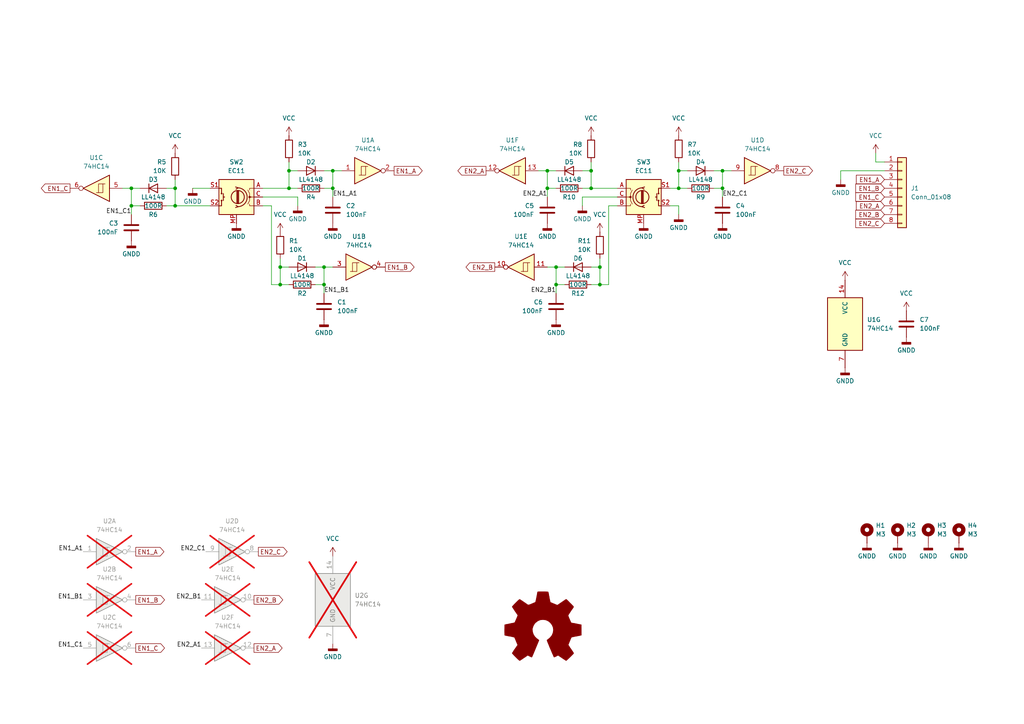
<source format=kicad_sch>
(kicad_sch (version 20231120) (generator "eeschema") (generator_version "8.0")
  (paper "A4")
  (title_block (title "Dual rotary encoder module with debouncing circuitry "))
  (lib_symbols
    (symbol "74xx:74HC14" (pin_names (offset 1.016))
      (property "Reference" "U" (at 0 1.27 0))
      (property "Value" "74HC14" (at 0 -1.27 0))
      (symbol "74HC14_1_0"
        (polyline (pts (xy -3.81 3.81) (xy -3.81 -3.81) (xy 3.81 0) (xy -3.81 3.81)) (stroke (width 0.254)) (fill (type background)))
        (pin input line (at -7.62 0 0) (length 3.81) (name "~") (number "1"))
        (pin output inverted (at 7.62 0 180) (length 3.81) (name "~") (number "2"))
      )
      (symbol "74HC14_1_1"
        (polyline (pts (xy -1.905 -1.27) (xy -1.905 1.27) (xy -0.635 1.27)))
        (polyline (pts (xy -2.54 -1.27) (xy -0.635 -1.27) (xy -0.635 1.27) (xy 0 1.27)))
      )
      (symbol "74HC14_2_0"
        (polyline (pts (xy -3.81 3.81) (xy -3.81 -3.81) (xy 3.81 0) (xy -3.81 3.81)) (stroke (width 0.254)) (fill (type background)))
        (pin input line (at -7.62 0 0) (length 3.81) (name "~") (number "3"))
        (pin output inverted (at 7.62 0 180) (length 3.81) (name "~") (number "4"))
      )
      (symbol "74HC14_2_1"
        (polyline (pts (xy -1.905 -1.27) (xy -1.905 1.27) (xy -0.635 1.27)))
        (polyline (pts (xy -2.54 -1.27) (xy -0.635 -1.27) (xy -0.635 1.27) (xy 0 1.27)))
      )
      (symbol "74HC14_3_0"
        (polyline (pts (xy -3.81 3.81) (xy -3.81 -3.81) (xy 3.81 0) (xy -3.81 3.81)) (stroke (width 0.254)) (fill (type background)))
        (pin input line (at -7.62 0 0) (length 3.81) (name "~") (number "5"))
        (pin output inverted (at 7.62 0 180) (length 3.81) (name "~") (number "6"))
      )
      (symbol "74HC14_3_1"
        (polyline (pts (xy -1.905 -1.27) (xy -1.905 1.27) (xy -0.635 1.27)))
        (polyline (pts (xy -2.54 -1.27) (xy -0.635 -1.27) (xy -0.635 1.27) (xy 0 1.27)))
      )
      (symbol "74HC14_4_0"
        (polyline (pts (xy -3.81 3.81) (xy -3.81 -3.81) (xy 3.81 0) (xy -3.81 3.81)) (stroke (width 0.254)) (fill (type background)))
        (pin output inverted (at 7.62 0 180) (length 3.81) (name "~") (number "8"))
        (pin input line (at -7.62 0 0) (length 3.81) (name "~") (number "9"))
      )
      (symbol "74HC14_4_1"
        (polyline (pts (xy -1.905 -1.27) (xy -1.905 1.27) (xy -0.635 1.27)))
        (polyline (pts (xy -2.54 -1.27) (xy -0.635 -1.27) (xy -0.635 1.27) (xy 0 1.27)))
      )
      (symbol "74HC14_5_0"
        (polyline (pts (xy -3.81 3.81) (xy -3.81 -3.81) (xy 3.81 0) (xy -3.81 3.81)) (stroke (width 0.254)) (fill (type background)))
        (pin output inverted (at 7.62 0 180) (length 3.81) (name "~") (number "10"))
        (pin input line (at -7.62 0 0) (length 3.81) (name "~") (number "11"))
      )
      (symbol "74HC14_5_1"
        (polyline (pts (xy -1.905 -1.27) (xy -1.905 1.27) (xy -0.635 1.27)))
        (polyline (pts (xy -2.54 -1.27) (xy -0.635 -1.27) (xy -0.635 1.27) (xy 0 1.27)))
      )
      (symbol "74HC14_6_0"
        (polyline (pts (xy -3.81 3.81) (xy -3.81 -3.81) (xy 3.81 0) (xy -3.81 3.81)) (stroke (width 0.254)) (fill (type background)))
        (pin output inverted (at 7.62 0 180) (length 3.81) (name "~") (number "12"))
        (pin input line (at -7.62 0 0) (length 3.81) (name "~") (number "13"))
      )
      (symbol "74HC14_6_1"
        (polyline (pts (xy -1.905 -1.27) (xy -1.905 1.27) (xy -0.635 1.27)))
        (polyline (pts (xy -2.54 -1.27) (xy -0.635 -1.27) (xy -0.635 1.27) (xy 0 1.27)))
      )
      (symbol "74HC14_7_0"
        (pin power_in line (at 0 12.7 270) (length 5.08) (name "VCC") (number "14"))
        (pin power_in line (at 0 -12.7 90) (length 5.08) (name "GND") (number "7"))
      )
      (symbol "74HC14_7_1"
        (rectangle (start -5.08 7.62) (end 5.08 -7.62) (stroke (width 0.254)) (fill (type background)))
      )
    )
    (symbol "Connector_Generic:Conn_01x08" (pin_names (offset 1.016) hide)
      (property "Reference" "J" (at 0 10.16 0))
      (property "Value" "Conn_01x08" (at 0 -12.7 0))
      (symbol "Conn_01x08_1_1"
        (rectangle (start -1.27 -10.033) (end 0 -10.287) (stroke (width 0.1524)))
        (rectangle (start -1.27 -7.493) (end 0 -7.747) (stroke (width 0.1524)))
        (rectangle (start -1.27 -4.953) (end 0 -5.207) (stroke (width 0.1524)))
        (rectangle (start -1.27 -2.413) (end 0 -2.667) (stroke (width 0.1524)))
        (rectangle (start -1.27 0.127) (end 0 -0.127) (stroke (width 0.1524)))
        (rectangle (start -1.27 2.667) (end 0 2.413) (stroke (width 0.1524)))
        (rectangle (start -1.27 5.207) (end 0 4.953) (stroke (width 0.1524)))
        (rectangle (start -1.27 7.747) (end 0 7.493) (stroke (width 0.1524)))
        (rectangle (start -1.27 8.89) (end 1.27 -11.43) (stroke (width 0.254)) (fill (type background)))
        (pin passive line (at -5.08 7.62 0) (length 3.81) (name "Pin_1") (number "1"))
        (pin passive line (at -5.08 5.08 0) (length 3.81) (name "Pin_2") (number "2"))
        (pin passive line (at -5.08 2.54 0) (length 3.81) (name "Pin_3") (number "3"))
        (pin passive line (at -5.08 0 0) (length 3.81) (name "Pin_4") (number "4"))
        (pin passive line (at -5.08 -2.54 0) (length 3.81) (name "Pin_5") (number "5"))
        (pin passive line (at -5.08 -5.08 0) (length 3.81) (name "Pin_6") (number "6"))
        (pin passive line (at -5.08 -7.62 0) (length 3.81) (name "Pin_7") (number "7"))
        (pin passive line (at -5.08 -10.16 0) (length 3.81) (name "Pin_8") (number "8"))
      )
    )
    (symbol "Device:C" (pin_numbers hide) (pin_names (offset 0.254))
      (property "Reference" "C" (at 0.635 2.54 0))
      (property "Value" "C" (at 0.635 -2.54 0))
      (symbol "C_0_1"
        (polyline (pts (xy -2.032 -0.762) (xy 2.032 -0.762)) (stroke (width 0.508)))
        (polyline (pts (xy -2.032 0.762) (xy 2.032 0.762)) (stroke (width 0.508)))
      )
      (symbol "C_1_1"
        (pin passive line (at 0 3.81 270) (length 2.794) (name "~") (number "1"))
        (pin passive line (at 0 -3.81 90) (length 2.794) (name "~") (number "2"))
      )
    )
    (symbol "Device:R" (pin_numbers hide) (pin_names (offset 0))
      (property "Reference" "R" (at 2.032 0 90))
      (property "Value" "R" (at 0 0 90))
      (symbol "R_0_1"
        (rectangle (start -1.016 -2.54) (end 1.016 2.54) (stroke (width 0.254)))
      )
      (symbol "R_1_1"
        (pin passive line (at 0 3.81 270) (length 1.27) (name "~") (number "1"))
        (pin passive line (at 0 -3.81 90) (length 1.27) (name "~") (number "2"))
      )
    )
    (symbol "Device:RotaryEncoder_Switch_MP" (pin_names (offset 0.254) hide)
      (property "Reference" "SW" (at 0 8.89 0))
      (property "Value" "RotaryEncoder_Switch_MP" (at 0 6.35 0))
      (symbol "RotaryEncoder_Switch_MP_0_1"
        (rectangle (start -5.08 5.08) (end 5.08 -5.08) (stroke (width 0.254)) (fill (type background)))
        (circle (center -3.81 0) (radius 0.254) (fill (type outline)))
        (circle (center -0.381 0) (radius 1.905) (stroke (width 0.254)))
        (arc (start -0.381 2.667) (mid -3.0988 -0.0635) (end -0.381 -2.794) (stroke (width 0.254)))
        (polyline (pts (xy -0.635 -1.778) (xy -0.635 1.778)) (stroke (width 0.254)))
        (polyline (pts (xy -0.381 -1.778) (xy -0.381 1.778)) (stroke (width 0.254)))
        (polyline (pts (xy -0.127 1.778) (xy -0.127 -1.778)) (stroke (width 0.254)))
        (polyline (pts (xy 3.81 0) (xy 3.429 0)) (stroke (width 0.254)))
        (polyline (pts (xy 3.81 1.016) (xy 3.81 -1.016)) (stroke (width 0.254)))
        (polyline (pts (xy -5.08 -2.54) (xy -3.81 -2.54) (xy -3.81 -2.032)))
        (polyline (pts (xy -5.08 2.54) (xy -3.81 2.54) (xy -3.81 2.032)))
        (polyline (pts (xy 0.254 -3.048) (xy -0.508 -2.794) (xy 0.127 -2.413)) (stroke (width 0.254)))
        (polyline (pts (xy 0.254 2.921) (xy -0.508 2.667) (xy 0.127 2.286)) (stroke (width 0.254)))
        (polyline (pts (xy 5.08 -2.54) (xy 4.318 -2.54) (xy 4.318 -1.016)) (stroke (width 0.254)))
        (polyline (pts (xy 5.08 2.54) (xy 4.318 2.54) (xy 4.318 1.016)) (stroke (width 0.254)))
        (polyline (pts (xy -5.08 0) (xy -3.81 0) (xy -3.81 -1.016) (xy -3.302 -2.032)))
        (polyline (pts (xy -4.318 0) (xy -3.81 0) (xy -3.81 1.016) (xy -3.302 2.032)))
        (circle (center 4.318 -1.016) (radius 0.127) (stroke (width 0.254)))
        (circle (center 4.318 1.016) (radius 0.127) (stroke (width 0.254)))
      )
      (symbol "RotaryEncoder_Switch_MP_1_1"
        (pin passive line (at -7.62 2.54 0) (length 2.54) (name "A") (number "A"))
        (pin passive line (at -7.62 -2.54 0) (length 2.54) (name "B") (number "B"))
        (pin passive line (at -7.62 0 0) (length 2.54) (name "C") (number "C"))
        (pin passive line (at 0 -7.62 90) (length 2.54) (name "MP") (number "MP"))
        (pin passive line (at 7.62 2.54 180) (length 2.54) (name "S1") (number "S1"))
        (pin passive line (at 7.62 -2.54 180) (length 2.54) (name "S2") (number "S2"))
      )
    )
    (symbol "Diode:LL4148" (pin_numbers hide) (pin_names hide)
      (property "Reference" "D" (at 0 2.54 0))
      (property "Value" "LL4148" (at 0 -2.54 0))
      (symbol "LL4148_0_1"
        (polyline (pts (xy -1.27 1.27) (xy -1.27 -1.27)) (stroke (width 0.254)))
        (polyline (pts (xy 1.27 0) (xy -1.27 0)))
        (polyline (pts (xy 1.27 1.27) (xy 1.27 -1.27) (xy -1.27 0) (xy 1.27 1.27)) (stroke (width 0.254)))
      )
      (symbol "LL4148_1_1"
        (pin passive line (at -3.81 0 0) (length 2.54) (name "K") (number "1"))
        (pin passive line (at 3.81 0 180) (length 2.54) (name "A") (number "2"))
      )
    )
    (symbol "Graphic:Logo_Open_Hardware_Large" (in_bom no) (on_board no)
      (symbol "Logo_Open_Hardware_Large_1_1"
        (polyline (pts (xy 6.731 -8.7122) (xy 6.6294 -8.6614) (xy 6.35 -8.4836) (xy 5.9944 -8.255) (xy 5.5372 -7.9502) (xy 5.1054 -7.6454) (xy 4.7498 -7.4168) (xy 4.4958 -7.239) (xy 4.3942 -7.1882) (xy 4.318 -7.2136) (xy 4.1148 -7.3152) (xy 3.81 -7.4676) (xy 3.6322 -7.5692) (xy 3.3528 -7.6708) (xy 3.2258 -7.6962) (xy 3.2004 -7.6708) (xy 3.0988 -7.4676) (xy 2.9464 -7.0866) (xy 2.7178 -6.604) (xy 2.4892 -6.0452) (xy 2.2352 -5.4356) (xy 1.9558 -4.826) (xy 1.7272 -4.2164) (xy 1.4986 -3.683) (xy 1.3208 -3.2512) (xy 1.2192 -2.9464) (xy 1.1684 -2.8194) (xy 1.1938 -2.794) (xy 1.3208 -2.667) (xy 1.5748 -2.4892) (xy 2.0828 -2.0574) (xy 2.6162 -1.397) (xy 2.921 -0.6604) (xy 3.048 0.1524) (xy 2.9464 0.9144) (xy 2.6416 1.6256) (xy 2.1336 2.286) (xy 1.524 2.7686) (xy 0.8128 3.0734) (xy 0 3.175) (xy -0.762 3.0988) (xy -1.4986 2.794) (xy -2.159 2.286) (xy -2.4384 1.9812) (xy -2.8194 1.3208) (xy -3.048 0.6096) (xy -3.0734 0.4318) (xy -3.0226 -0.3556) (xy -2.794 -1.0922) (xy -2.3876 -1.7526) (xy -1.8288 -2.3114) (xy -1.7526 -2.3622) (xy -1.4732 -2.5654) (xy -1.2954 -2.6924) (xy -1.1684 -2.8194) (xy -2.159 -5.207) (xy -2.3114 -5.588) (xy -2.5908 -6.2484) (xy -2.8194 -6.8072) (xy -3.0226 -7.2644) (xy -3.1496 -7.5692) (xy -3.2258 -7.6708) (xy -3.2258 -7.6962) (xy -3.302 -7.6962) (xy -3.4798 -7.6454) (xy -3.8354 -7.4676) (xy -4.0386 -7.366) (xy -4.2926 -7.239) (xy -4.4196 -7.1882) (xy -4.5212 -7.239) (xy -4.7498 -7.3914) (xy -5.1054 -7.6454) (xy -5.5372 -7.9248) (xy -5.9436 -8.2042) (xy -6.3246 -8.4582) (xy -6.604 -8.636) (xy -6.731 -8.7122) (xy -6.7564 -8.7122) (xy -6.858 -8.636) (xy -7.0866 -8.4582) (xy -7.4168 -8.1534) (xy -7.874 -7.6962) (xy -7.9502 -7.62) (xy -8.3312 -7.239) (xy -8.636 -6.9088) (xy -8.8392 -6.6802) (xy -8.9154 -6.5786) (xy -8.9154 -6.5786) (xy -8.8392 -6.4516) (xy -8.6614 -6.1722) (xy -8.4328 -5.7912) (xy -8.128 -5.3594) (xy -7.3152 -4.191) (xy -7.7724 -3.0988) (xy -7.8994 -2.7686) (xy -8.0772 -2.3622) (xy -8.2042 -2.0828) (xy -8.255 -1.9558) (xy -8.382 -1.905) (xy -8.6614 -1.8542) (xy -9.0932 -1.7526) (xy -9.6266 -1.651) (xy -10.1092 -1.5748) (xy -10.541 -1.4732) (xy -10.8712 -1.4224) (xy -11.0236 -1.397) (xy -11.049 -1.3716) (xy -11.0744 -1.2954) (xy -11.0998 -1.143) (xy -11.0998 -0.889) (xy -11.1252 -0.4572) (xy -11.1252 0.1524) (xy -11.1252 0.2286) (xy -11.0998 0.8128) (xy -11.0998 1.27) (xy -11.0744 1.5494) (xy -11.0744 1.6764) (xy -11.0744 1.6764) (xy -10.922 1.7018) (xy -10.6172 1.778) (xy -10.16 1.8542) (xy -9.652 1.9558) (xy -9.6012 1.9812) (xy -9.0932 2.0828) (xy -8.636 2.159) (xy -8.3312 2.2352) (xy -8.2042 2.286) (xy -8.1788 2.3114) (xy -8.0772 2.5146) (xy -7.9248 2.8448) (xy -7.747 3.2512) (xy -7.5692 3.6576) (xy -7.4168 4.0386) (xy -7.3152 4.318) (xy -7.2898 4.445) (xy -7.2898 4.445) (xy -7.366 4.572) (xy -7.5438 4.826) (xy -7.7978 5.207) (xy -8.128 5.6642) (xy -8.128 5.6896) (xy -8.4328 6.1468) (xy -8.6868 6.5278) (xy -8.8392 6.7818) (xy -8.9154 6.9088) (xy -8.9154 6.9088) (xy -8.8138 7.0358) (xy -8.5852 7.2898) (xy -8.255 7.6454) (xy -7.874 8.0264) (xy -7.747 8.1534) (xy -7.3152 8.5852) (xy -7.0104 8.8646) (xy -6.8326 8.9916) (xy -6.731 9.0424) (xy -6.731 9.0424) (xy -6.604 8.9408) (xy -6.3246 8.763) (xy -5.9436 8.509) (xy -5.4864 8.2042) (xy -5.461 8.1788) (xy -5.0038 7.874) (xy -4.6482 7.62) (xy -4.3688 7.4422) (xy -4.2672 7.3914) (xy -4.2418 7.3914) (xy -4.064 7.4422) (xy -3.7338 7.5438) (xy -3.3528 7.6962) (xy -2.9464 7.874) (xy -2.5654 8.0264) (xy -2.286 8.1534) (xy -2.159 8.2296) (xy -2.159 8.2296) (xy -2.1082 8.382) (xy -2.032 8.7122) (xy -1.9304 9.1694) (xy -1.8288 9.7282) (xy -1.8034 9.8044) (xy -1.7018 10.3378) (xy -1.6256 10.7696) (xy -1.5748 11.0744) (xy -1.524 11.2014) (xy -1.4478 11.2268) (xy -1.1938 11.2522) (xy -0.8128 11.2522) (xy -0.3302 11.2522) (xy 0.1524 11.2522) (xy 0.6604 11.2522) (xy 1.0668 11.2268) (xy 1.3716 11.2014) (xy 1.4986 11.176) (xy 1.4986 11.176) (xy 1.5494 11.0236) (xy 1.6256 10.6934) (xy 1.7018 10.2108) (xy 1.8288 9.6774) (xy 1.8288 9.5758) (xy 1.9304 9.0424) (xy 2.032 8.6106) (xy 2.0828 8.3058) (xy 2.1336 8.2042) (xy 2.159 8.1788) (xy 2.3876 8.0772) (xy 2.7432 7.9248) (xy 3.175 7.747) (xy 4.191 7.3406) (xy 5.461 8.2042) (xy 5.5626 8.2804) (xy 6.0198 8.5852) (xy 6.3754 8.8392) (xy 6.6294 8.9916) (xy 6.7564 9.0424) (xy 6.7564 9.0424) (xy 6.8834 8.9408) (xy 7.1374 8.7122) (xy 7.4676 8.382) (xy 7.8486 7.9756) (xy 8.1534 7.6962) (xy 8.4836 7.3406) (xy 8.7122 7.112) (xy 8.8392 6.9596) (xy 8.8646 6.858) (xy 8.8646 6.8072) (xy 8.7884 6.6802) (xy 8.6106 6.4008) (xy 8.3312 6.0198) (xy 8.0264 5.588) (xy 7.7978 5.207) (xy 7.5184 4.8006) (xy 7.3406 4.4958) (xy 7.2898 4.3434) (xy 7.2898 4.2926) (xy 7.3914 4.0386) (xy 7.5184 3.683) (xy 7.7216 3.2258) (xy 8.1534 2.2352) (xy 8.7884 2.1082) (xy 9.1948 2.0574) (xy 9.7536 1.9304) (xy 10.2616 1.8288) (xy 11.0998 1.6764) (xy 11.1252 -1.3208) (xy 10.9982 -1.3716) (xy 10.8712 -1.397) (xy 10.5664 -1.4732) (xy 10.1346 -1.5494) (xy 9.6266 -1.651) (xy 9.1948 -1.7272) (xy 8.7376 -1.8288) (xy 8.4328 -1.8796) (xy 8.2804 -1.905) (xy 8.255 -1.9558) (xy 8.1534 -2.159) (xy 7.9756 -2.5146) (xy 7.8232 -2.921) (xy 7.6454 -3.3274) (xy 7.493 -3.7338) (xy 7.366 -4.0132) (xy 7.3406 -4.191) (xy 7.3914 -4.2926) (xy 7.5692 -4.5466) (xy 7.7978 -4.9276) (xy 8.1026 -5.3594) (xy 8.4074 -5.7912) (xy 8.6614 -6.1722) (xy 8.8138 -6.4262) (xy 8.89 -6.5532) (xy 8.8646 -6.6548) (xy 8.6868 -6.858) (xy 8.3566 -7.1882) (xy 7.874 -7.6708) (xy 7.7978 -7.747) (xy 7.3914 -8.128) (xy 7.0612 -8.4328) (xy 6.8326 -8.636) (xy 6.731 -8.7122)) (fill (type outline)))
      )
    )
    (symbol "Mechanical:MountingHole_Pad" (pin_numbers hide) (pin_names (offset 1.016) hide) (exclude_from_sim yes) (in_bom no)
      (property "Reference" "H" (at 0 6.35 0))
      (property "Value" "MountingHole_Pad" (at 0 4.445 0))
      (symbol "MountingHole_Pad_0_1"
        (circle (center 0 1.27) (radius 1.27) (stroke (width 1.27)))
      )
      (symbol "MountingHole_Pad_1_1"
        (pin input line (at 0 -2.54 90) (length 2.54) (name "1") (number "1"))
      )
    )
    (symbol "power:GNDD" (power) (pin_numbers hide) (pin_names (offset 0) hide)
      (property "Value" "GNDD" (at 0 -3.175 0))
      (symbol "GNDD_0_1"
        (rectangle (start -1.27 -1.524) (end 1.27 -2.032) (stroke (width 0.254)) (fill (type outline)))
        (polyline (pts (xy 0 0) (xy 0 -1.524)))
      )
      (symbol "GNDD_1_1"
        (pin power_in line (at 0 0 270) (length 0) (name "~") (number "1"))
      )
    )
    (symbol "power:VCC" (power) (pin_numbers hide) (pin_names (offset 0) hide)
      (property "Value" "VCC" (at 0 3.556 0))
      (symbol "VCC_0_1"
        (polyline (pts (xy -0.762 1.27) (xy 0 2.54)))
        (polyline (pts (xy 0 0) (xy 0 2.54)))
        (polyline (pts (xy 0 2.54) (xy 0.762 1.27)))
      )
      (symbol "VCC_1_1"
        (pin power_in line (at 0 0 90) (length 0) (name "~") (number "1"))
      )
    )
  )
  (junction (at 93.98 82.55))
  (junction (at 158.75 54.61))
  (junction (at 209.55 54.61))
  (junction (at 196.85 49.53))
  (junction (at 196.85 54.61))
  (junction (at 96.52 49.53))
  (junction (at 158.75 49.53))
  (junction (at 50.8 54.61))
  (junction (at 81.28 77.47))
  (junction (at 93.98 77.47))
  (junction (at 83.82 54.61))
  (junction (at 83.82 49.53))
  (junction (at 161.29 82.55))
  (junction (at 173.99 77.47))
  (junction (at 171.45 54.61))
  (junction (at 161.29 77.47))
  (junction (at 96.52 54.61))
  (junction (at 38.1 54.61))
  (junction (at 209.55 49.53))
  (junction (at 50.8 59.69))
  (junction (at 173.99 82.55))
  (junction (at 171.45 49.53))
  (junction (at 81.28 82.55))
  (junction (at 38.1 59.69))
  (wire (pts (xy 96.52 54.61) (xy 96.52 57.15)))
  (wire (pts (xy 199.39 54.61) (xy 196.85 54.61)))
  (wire (pts (xy 76.2 54.61) (xy 83.82 54.61)))
  (wire (pts (xy 194.31 54.61) (xy 196.85 54.61)))
  (wire (pts (xy 243.84 49.53) (xy 243.84 52.07)))
  (wire (pts (xy 256.54 49.53) (xy 243.84 49.53)))
  (wire (pts (xy 38.1 54.61) (xy 38.1 59.69)))
  (wire (pts (xy 173.99 82.55) (xy 173.99 77.47)))
  (wire (pts (xy 161.29 82.55) (xy 161.29 85.09)))
  (wire (pts (xy 196.85 49.53) (xy 196.85 46.99)))
  (wire (pts (xy 207.01 54.61) (xy 209.55 54.61)))
  (wire (pts (xy 35.56 54.61) (xy 38.1 54.61)))
  (wire (pts (xy 168.91 49.53) (xy 171.45 49.53)))
  (wire (pts (xy 158.75 77.47) (xy 161.29 77.47)))
  (wire (pts (xy 163.83 82.55) (xy 161.29 82.55)))
  (wire (pts (xy 81.28 77.47) (xy 81.28 74.93)))
  (wire (pts (xy 76.2 59.69) (xy 78.74 59.69)))
  (wire (pts (xy 196.85 54.61) (xy 196.85 49.53)))
  (wire (pts (xy 83.82 49.53) (xy 83.82 46.99)))
  (wire (pts (xy 256.54 46.99) (xy 254 46.99)))
  (wire (pts (xy 78.74 59.69) (xy 78.74 82.55)))
  (wire (pts (xy 207.01 49.53) (xy 209.55 49.53)))
  (wire (pts (xy 161.29 77.47) (xy 161.29 82.55)))
  (wire (pts (xy 156.21 49.53) (xy 158.75 49.53)))
  (wire (pts (xy 55.88 54.61) (xy 60.96 54.61)))
  (wire (pts (xy 93.98 77.47) (xy 93.98 82.55)))
  (wire (pts (xy 179.07 54.61) (xy 171.45 54.61)))
  (wire (pts (xy 86.36 49.53) (xy 83.82 49.53)))
  (wire (pts (xy 40.64 54.61) (xy 38.1 54.61)))
  (wire (pts (xy 83.82 77.47) (xy 81.28 77.47)))
  (wire (pts (xy 93.98 82.55) (xy 93.98 85.09)))
  (wire (pts (xy 168.91 57.15) (xy 168.91 59.69)))
  (wire (pts (xy 173.99 77.47) (xy 173.99 74.93)))
  (wire (pts (xy 76.2 57.15) (xy 86.36 57.15)))
  (wire (pts (xy 161.29 54.61) (xy 158.75 54.61)))
  (wire (pts (xy 209.55 49.53) (xy 209.55 54.61)))
  (wire (pts (xy 158.75 49.53) (xy 158.75 54.61)))
  (wire (pts (xy 158.75 54.61) (xy 158.75 57.15)))
  (wire (pts (xy 179.07 57.15) (xy 168.91 57.15)))
  (wire (pts (xy 81.28 82.55) (xy 81.28 77.47)))
  (wire (pts (xy 171.45 49.53) (xy 171.45 46.99)))
  (wire (pts (xy 50.8 59.69) (xy 50.8 54.61)))
  (wire (pts (xy 83.82 54.61) (xy 83.82 49.53)))
  (wire (pts (xy 93.98 77.47) (xy 96.52 77.47)))
  (wire (pts (xy 48.26 59.69) (xy 50.8 59.69)))
  (wire (pts (xy 96.52 49.53) (xy 96.52 54.61)))
  (wire (pts (xy 171.45 77.47) (xy 173.99 77.47)))
  (wire (pts (xy 40.64 59.69) (xy 38.1 59.69)))
  (wire (pts (xy 209.55 54.61) (xy 209.55 57.15)))
  (wire (pts (xy 38.1 59.69) (xy 38.1 62.23)))
  (wire (pts (xy 91.44 77.47) (xy 93.98 77.47)))
  (wire (pts (xy 194.31 59.69) (xy 196.85 59.69)))
  (wire (pts (xy 93.98 54.61) (xy 96.52 54.61)))
  (wire (pts (xy 168.91 54.61) (xy 171.45 54.61)))
  (wire (pts (xy 171.45 54.61) (xy 171.45 49.53)))
  (wire (pts (xy 179.07 59.69) (xy 176.53 59.69)))
  (wire (pts (xy 199.39 49.53) (xy 196.85 49.53)))
  (wire (pts (xy 48.26 54.61) (xy 50.8 54.61)))
  (wire (pts (xy 50.8 59.69) (xy 60.96 59.69)))
  (wire (pts (xy 86.36 54.61) (xy 83.82 54.61)))
  (wire (pts (xy 161.29 49.53) (xy 158.75 49.53)))
  (wire (pts (xy 50.8 54.61) (xy 50.8 52.07)))
  (wire (pts (xy 163.83 77.47) (xy 161.29 77.47)))
  (wire (pts (xy 176.53 59.69) (xy 176.53 82.55)))
  (wire (pts (xy 91.44 82.55) (xy 93.98 82.55)))
  (wire (pts (xy 176.53 82.55) (xy 173.99 82.55)))
  (wire (pts (xy 86.36 57.15) (xy 86.36 59.69)))
  (wire (pts (xy 93.98 49.53) (xy 96.52 49.53)))
  (wire (pts (xy 96.52 49.53) (xy 99.06 49.53)))
  (wire (pts (xy 196.85 59.69) (xy 196.85 62.23)))
  (wire (pts (xy 209.55 49.53) (xy 212.09 49.53)))
  (wire (pts (xy 171.45 82.55) (xy 173.99 82.55)))
  (wire (pts (xy 78.74 82.55) (xy 81.28 82.55)))
  (wire (pts (xy 254 46.99) (xy 254 44.45)))
  (wire (pts (xy 83.82 82.55) (xy 81.28 82.55)))
  (label "EN2_B1" (at 58.42 173.99 180))
  (label "EN2_C1" (at 59.69 160.02 180))
  (label "EN2_C1" (at 209.55 57.15 0))
  (label "EN2_A1" (at 158.75 57.15 180))
  (label "EN2_A1" (at 58.42 187.96 180))
  (label "EN1_A1" (at 24.13 160.02 180))
  (label "EN1_A1" (at 96.52 57.15 0))
  (label "EN1_C1" (at 24.13 187.96 180))
  (label "EN1_C1" (at 38.1 62.23 180))
  (label "EN2_B1" (at 161.29 85.09 180))
  (label "EN1_B1" (at 93.98 85.09 0))
  (label "EN1_B1" (at 24.13 173.99 180))
  (global_label "EN1_C" (shape output) (at 20.32 54.61 180) (property "Intersheetrefs" "${INTERSHEET_REFS}" (effects (hide yes))))
  (global_label "EN2_B" (shape input) (at 256.54 62.23 180) (property "Intersheetrefs" "${INTERSHEET_REFS}" (effects (hide yes))))
  (global_label "EN1_A" (shape input) (at 256.54 52.07 180) (property "Intersheetrefs" "${INTERSHEET_REFS}" (effects (hide yes))))
  (global_label "EN2_B" (shape output) (at 73.66 173.99 0) (property "Intersheetrefs" "${INTERSHEET_REFS}" (effects (hide yes))))
  (global_label "EN1_B" (shape output) (at 39.37 173.99 0) (property "Intersheetrefs" "${INTERSHEET_REFS}" (effects (hide yes))))
  (global_label "EN2_C" (shape output) (at 74.93 160.02 0) (property "Intersheetrefs" "${INTERSHEET_REFS}" (effects (hide yes))))
  (global_label "EN2_A" (shape output) (at 73.66 187.96 0) (property "Intersheetrefs" "${INTERSHEET_REFS}" (effects (hide yes))))
  (global_label "EN1_B" (shape output) (at 111.76 77.47 0) (property "Intersheetrefs" "${INTERSHEET_REFS}" (effects (hide yes))))
  (global_label "EN1_A" (shape output) (at 114.3 49.53 0) (property "Intersheetrefs" "${INTERSHEET_REFS}" (effects (hide yes))))
  (global_label "EN2_C" (shape input) (at 256.54 64.77 180) (property "Intersheetrefs" "${INTERSHEET_REFS}" (effects (hide yes))))
  (global_label "EN1_B" (shape input) (at 256.54 54.61 180) (property "Intersheetrefs" "${INTERSHEET_REFS}" (effects (hide yes))))
  (global_label "EN1_C" (shape output) (at 39.37 187.96 0) (property "Intersheetrefs" "${INTERSHEET_REFS}" (effects (hide yes))))
  (global_label "EN2_C" (shape output) (at 227.33 49.53 0) (property "Intersheetrefs" "${INTERSHEET_REFS}" (effects (hide yes))))
  (global_label "EN1_A" (shape output) (at 39.37 160.02 0) (property "Intersheetrefs" "${INTERSHEET_REFS}" (effects (hide yes))))
  (global_label "EN2_A" (shape output) (at 140.97 49.53 180) (property "Intersheetrefs" "${INTERSHEET_REFS}" (effects (hide yes))))
  (global_label "EN1_C" (shape input) (at 256.54 57.15 180) (property "Intersheetrefs" "${INTERSHEET_REFS}" (effects (hide yes))))
  (global_label "EN2_A" (shape input) (at 256.54 59.69 180) (property "Intersheetrefs" "${INTERSHEET_REFS}" (effects (hide yes))))
  (global_label "EN2_B" (shape output) (at 143.51 77.47 180) (property "Intersheetrefs" "${INTERSHEET_REFS}" (effects (hide yes))))
  (symbol (lib_id "power:GNDD") (at 86.36 59.69 0) (unit 1)
    (property "Reference" "#PWR012" (effects (hide yes)))
    (property "Value" "GNDD" (at 86.36 63.5 0))
    (property "Description" "Power symbol creates a global label with name \"GNDD\" , digital ground" (effects (hide yes)))
  )
  (symbol (lib_id "power:GNDD") (at 209.55 64.77 0) (unit 1)
    (property "Reference" "#PWR016" (effects (hide yes)))
    (property "Value" "GNDD" (at 209.55 68.58 0))
    (property "Description" "Power symbol creates a global label with name \"GNDD\" , digital ground" (effects (hide yes)))
  )
  (symbol (lib_id "Device:C") (at 96.52 60.96 0) (unit 1)
    (property "Reference" "C2" (at 100.33 59.6899 0) (effects (justify left)))
    (property "Value" "100nF" (at 100.33 62.2299 0) (effects (justify left)))
    (property "Footprint" "Capacitor_SMD:C_0805_2012Metric" (effects (hide yes)))
    (property "Description" "Unpolarized capacitor" (effects (hide yes)))
  )
  (symbol (lib_id "power:GNDD") (at 186.69 64.77 0) (mirror y) (unit 1)
    (property "Reference" "#PWR017" (effects (hide yes)))
    (property "Value" "GNDD" (at 186.69 68.58 0))
    (property "Description" "Power symbol creates a global label with name \"GNDD\" , digital ground" (effects (hide yes)))
  )
  (symbol (lib_id "74xx:74HC14") (at 148.59 49.53 180) (unit 6)
    (property "Reference" "U1" (at 148.59 40.64 0))
    (property "Value" "74HC14" (at 148.59 43.18 0))
    (property "Footprint" "Package_DIP:DIP-14_W7.62mm" (effects (hide yes)))
    (property "Datasheet" "http://www.ti.com/lit/gpn/sn74HC14" (effects (hide yes)))
    (property "Description" "Hex inverter schmitt trigger" (effects (hide yes)))
  )
  (symbol (lib_id "74xx:74HC14") (at 245.11 93.98 0) (unit 7)
    (property "Reference" "U1" (at 251.46 92.7099 0) (effects (justify left)))
    (property "Value" "74HC14" (at 251.46 95.2499 0) (effects (justify left)))
    (property "Footprint" "Package_DIP:DIP-14_W7.62mm" (effects (hide yes)))
    (property "Datasheet" "http://www.ti.com/lit/gpn/sn74HC14" (effects (hide yes)))
    (property "Description" "Hex inverter schmitt trigger" (effects (hide yes)))
  )
  (symbol (lib_id "Device:R") (at 81.28 71.12 0) (unit 1)
    (property "Reference" "R1" (at 83.82 69.8499 0) (effects (justify left)))
    (property "Value" "10K" (at 83.82 72.3899 0) (effects (justify left)))
    (property "Footprint" "Resistor_SMD:R_0805_2012Metric" (effects (hide yes)))
    (property "Description" "Resistor" (effects (hide yes)))
  )
  (symbol (lib_id "power:VCC") (at 245.11 81.28 0) (mirror y) (unit 1)
    (property "Reference" "#PWR010" (effects (hide yes)))
    (property "Value" "VCC" (at 245.11 76.2 0))
    (property "Description" "Power symbol creates a global label with name \"VCC\"" (effects (hide yes)))
  )
  (symbol (lib_id "power:GNDD") (at 262.89 97.79 0) (unit 1)
    (property "Reference" "#PWR022" (effects (hide yes)))
    (property "Value" "GNDD" (at 262.89 101.6 0))
    (property "Description" "Power symbol creates a global label with name \"GNDD\" , digital ground" (effects (hide yes)))
  )
  (symbol (lib_id "power:GNDD") (at 68.58 64.77 0) (unit 1)
    (property "Reference" "#PWR03" (effects (hide yes)))
    (property "Value" "GNDD" (at 68.58 68.58 0))
    (property "Description" "Power symbol creates a global label with name \"GNDD\" , digital ground" (effects (hide yes)))
  )
  (symbol (lib_id "power:GNDD") (at 260.35 157.48 0) (unit 1)
    (property "Reference" "#PWR026" (effects (hide yes)))
    (property "Value" "GNDD" (at 260.35 161.29 0))
    (property "Description" "Power symbol creates a global label with name \"GNDD\" , digital ground" (effects (hide yes)))
  )
  (symbol (lib_id "power:VCC") (at 171.45 39.37 0) (mirror y) (unit 1)
    (property "Reference" "#PWR013" (effects (hide yes)))
    (property "Value" "VCC" (at 171.45 34.29 0))
    (property "Description" "Power symbol creates a global label with name \"VCC\"" (effects (hide yes)))
  )
  (symbol (lib_id "Device:C") (at 38.1 66.04 0) (mirror y) (unit 1)
    (property "Reference" "C3" (at 34.29 64.7699 0) (effects (justify left)))
    (property "Value" "100nF" (at 34.29 67.3099 0) (effects (justify left)))
    (property "Footprint" "Capacitor_SMD:C_0805_2012Metric" (effects (hide yes)))
    (property "Description" "Unpolarized capacitor" (effects (hide yes)))
  )
  (symbol (lib_id "Diode:LL4148") (at 44.45 54.61 0) (mirror x) (unit 1)
    (property "Reference" "D3" (at 44.45 52.07 0))
    (property "Value" "LL4148" (at 44.45 57.15 0))
    (property "Footprint" "Diode_SMD:D_MiniMELF" (effects (hide yes)))
    (property "Datasheet" "http://www.vishay.com/docs/85557/ll4148.pdf" (effects (hide yes)))
    (property "Description" "100V 0.15A standard switching diode, MiniMELF" (effects (hide yes)))
    (property "Sim.Device" "D" (effects (hide yes)))
    (property "Sim.Pins" "1=K 2=A" (effects (hide yes)))
  )
  (symbol (lib_id "power:GNDD") (at 161.29 92.71 0) (mirror y) (unit 1)
    (property "Reference" "#PWR020" (effects (hide yes)))
    (property "Value" "GNDD" (at 161.29 96.52 0))
    (property "Description" "Power symbol creates a global label with name \"GNDD\" , digital ground" (effects (hide yes)))
  )
  (symbol (lib_id "74xx:74HC14") (at 31.75 173.99 0) (unit 2) (dnp yes)
    (property "Reference" "U2" (at 31.75 165.1 0))
    (property "Value" "74HC14" (at 31.75 167.64 0))
    (property "Footprint" "Package_SO:SOIC-14_3.9x8.7mm_P1.27mm" (effects (hide yes)))
    (property "Datasheet" "http://www.ti.com/lit/gpn/sn74HC14" (effects (hide yes)))
    (property "Description" "Hex inverter schmitt trigger" (effects (hide yes)))
  )
  (symbol (lib_id "Device:R") (at 165.1 54.61 270) (mirror x) (unit 1)
    (property "Reference" "R10" (at 165.1 57.15 90))
    (property "Value" "100R" (at 165.1 54.61 90))
    (property "Footprint" "Resistor_SMD:R_0805_2012Metric" (effects (hide yes)))
    (property "Description" "Resistor" (effects (hide yes)))
  )
  (symbol (lib_id "Device:C") (at 158.75 60.96 0) (mirror y) (unit 1)
    (property "Reference" "C5" (at 154.94 59.6899 0) (effects (justify left)))
    (property "Value" "100nF" (at 154.94 62.2299 0) (effects (justify left)))
    (property "Footprint" "Capacitor_SMD:C_0805_2012Metric" (effects (hide yes)))
    (property "Description" "Unpolarized capacitor" (effects (hide yes)))
  )
  (symbol (lib_id "Device:R") (at 196.85 43.18 0) (unit 1)
    (property "Reference" "R7" (at 199.39 41.9099 0) (effects (justify left)))
    (property "Value" "10K" (at 199.39 44.4499 0) (effects (justify left)))
    (property "Footprint" "Resistor_SMD:R_0805_2012Metric" (effects (hide yes)))
    (property "Description" "Resistor" (effects (hide yes)))
  )
  (symbol (lib_id "power:GNDD") (at 243.84 52.07 0) (mirror y) (unit 1)
    (property "Reference" "#PWR023" (effects (hide yes)))
    (property "Value" "GNDD" (at 243.84 55.88 0))
    (property "Description" "Power symbol creates a global label with name \"GNDD\" , digital ground" (effects (hide yes)))
  )
  (symbol (lib_id "Device:R") (at 203.2 54.61 90) (unit 1)
    (property "Reference" "R9" (at 203.2 57.15 90))
    (property "Value" "100R" (at 203.2 54.61 90))
    (property "Footprint" "Resistor_SMD:R_0805_2012Metric" (effects (hide yes)))
    (property "Description" "Resistor" (effects (hide yes)))
  )
  (symbol (lib_id "74xx:74HC14") (at 27.94 54.61 180) (unit 3)
    (property "Reference" "U1" (at 27.94 45.72 0))
    (property "Value" "74HC14" (at 27.94 48.26 0))
    (property "Footprint" "Package_DIP:DIP-14_W7.62mm" (effects (hide yes)))
    (property "Datasheet" "http://www.ti.com/lit/gpn/sn74HC14" (effects (hide yes)))
    (property "Description" "Hex inverter schmitt trigger" (effects (hide yes)))
  )
  (symbol (lib_id "Device:C") (at 209.55 60.96 0) (unit 1)
    (property "Reference" "C4" (at 213.36 59.6899 0) (effects (justify left)))
    (property "Value" "100nF" (at 213.36 62.2299 0) (effects (justify left)))
    (property "Footprint" "Capacitor_SMD:C_0805_2012Metric" (effects (hide yes)))
    (property "Description" "Unpolarized capacitor" (effects (hide yes)))
  )
  (symbol (lib_id "74xx:74HC14") (at 31.75 187.96 0) (unit 3) (dnp yes)
    (property "Reference" "U2" (at 31.75 179.07 0))
    (property "Value" "74HC14" (at 31.75 181.61 0))
    (property "Footprint" "Package_SO:SOIC-14_3.9x8.7mm_P1.27mm" (effects (hide yes)))
    (property "Datasheet" "http://www.ti.com/lit/gpn/sn74HC14" (effects (hide yes)))
    (property "Description" "Hex inverter schmitt trigger" (effects (hide yes)))
  )
  (symbol (lib_id "power:GNDD") (at 196.85 62.23 0) (mirror y) (unit 1)
    (property "Reference" "#PWR015" (effects (hide yes)))
    (property "Value" "GNDD" (at 196.85 66.04 0))
    (property "Description" "Power symbol creates a global label with name \"GNDD\" , digital ground" (effects (hide yes)))
  )
  (symbol (lib_id "Device:R") (at 90.17 54.61 90) (unit 1)
    (property "Reference" "R4" (at 90.17 57.15 90))
    (property "Value" "100R" (at 90.17 54.61 90))
    (property "Footprint" "Resistor_SMD:R_0805_2012Metric" (effects (hide yes)))
    (property "Description" "Resistor" (effects (hide yes)))
  )
  (symbol (lib_id "power:VCC") (at 196.85 39.37 0) (unit 1)
    (property "Reference" "#PWR04" (effects (hide yes)))
    (property "Value" "VCC" (at 196.85 34.29 0))
    (property "Description" "Power symbol creates a global label with name \"VCC\"" (effects (hide yes)))
  )
  (symbol (lib_id "Mechanical:MountingHole_Pad") (at 269.24 154.94 0) (unit 1) (exclude_from_sim yes) (in_bom no)
    (property "Reference" "H3" (at 271.78 152.3999 0) (effects (justify left)))
    (property "Value" "M3" (at 271.78 154.9399 0) (effects (justify left)))
    (property "Footprint" "MountingHole:MountingHole_2.7mm_Pad_Via" (effects (hide yes)))
    (property "Description" "Mounting Hole with connection" (effects (hide yes)))
  )
  (symbol (lib_id "Graphic:Logo_Open_Hardware_Large") (at 157.48 182.88 0) (unit 1) (in_bom no) (on_board no)
    (property "Reference" "#SYM1" (effects (hide yes)))
    (property "Value" "Logo_Open_Hardware_Large" (effects (hide yes)))
    (property "Description" "Open Hardware logo, large" (effects (hide yes)))
    (property "Sim.Enable" "0" (effects (hide yes)))
  )
  (symbol (lib_id "Device:C") (at 93.98 88.9 0) (unit 1)
    (property "Reference" "C1" (at 97.79 87.6299 0) (effects (justify left)))
    (property "Value" "100nF" (at 97.79 90.1699 0) (effects (justify left)))
    (property "Footprint" "Capacitor_SMD:C_0805_2012Metric" (effects (hide yes)))
    (property "Description" "Unpolarized capacitor" (effects (hide yes)))
  )
  (symbol (lib_id "Device:RotaryEncoder_Switch_MP") (at 186.69 57.15 0) (unit 1)
    (property "Reference" "SW3" (at 186.69 46.99 0))
    (property "Value" "EC11" (at 186.69 49.53 0))
    (property "Footprint" "Rotary_Encoder:RotaryEncoder_Alps_EC11E-Switch_Vertical_H20mm" (effects (hide yes)))
    (property "Description" "Rotary encoder, dual channel, incremental quadrate outputs, with switch and MP Pin" (effects (hide yes)))
  )
  (symbol (lib_id "power:GNDD") (at 158.75 64.77 0) (mirror y) (unit 1)
    (property "Reference" "#PWR018" (effects (hide yes)))
    (property "Value" "GNDD" (at 158.75 68.58 0))
    (property "Description" "Power symbol creates a global label with name \"GNDD\" , digital ground" (effects (hide yes)))
  )
  (symbol (lib_id "Mechanical:MountingHole_Pad") (at 278.13 154.94 0) (unit 1) (exclude_from_sim yes) (in_bom no)
    (property "Reference" "H4" (at 280.67 152.3999 0) (effects (justify left)))
    (property "Value" "M3" (at 280.67 154.9399 0) (effects (justify left)))
    (property "Footprint" "MountingHole:MountingHole_2.7mm_Pad_Via" (effects (hide yes)))
    (property "Description" "Mounting Hole with connection" (effects (hide yes)))
  )
  (symbol (lib_id "74xx:74HC14") (at 104.14 77.47 0) (unit 2)
    (property "Reference" "U1" (at 104.14 68.58 0))
    (property "Value" "74HC14" (at 104.14 71.12 0))
    (property "Footprint" "Package_DIP:DIP-14_W7.62mm" (effects (hide yes)))
    (property "Datasheet" "http://www.ti.com/lit/gpn/sn74HC14" (effects (hide yes)))
    (property "Description" "Hex inverter schmitt trigger" (effects (hide yes)))
  )
  (symbol (lib_id "power:VCC") (at 254 44.45 0) (mirror y) (unit 1)
    (property "Reference" "#PWR024" (effects (hide yes)))
    (property "Value" "VCC" (at 254 39.37 0))
    (property "Description" "Power symbol creates a global label with name \"VCC\"" (effects (hide yes)))
  )
  (symbol (lib_id "power:VCC") (at 83.82 39.37 0) (unit 1)
    (property "Reference" "#PWR06" (effects (hide yes)))
    (property "Value" "VCC" (at 83.82 34.29 0))
    (property "Description" "Power symbol creates a global label with name \"VCC\"" (effects (hide yes)))
  )
  (symbol (lib_id "power:VCC") (at 173.99 67.31 0) (mirror y) (unit 1)
    (property "Reference" "#PWR019" (effects (hide yes)))
    (property "Value" "VCC" (at 173.99 62.23 0))
    (property "Description" "Power symbol creates a global label with name \"VCC\"" (effects (hide yes)))
  )
  (symbol (lib_id "74xx:74HC14") (at 219.71 49.53 0) (unit 4)
    (property "Reference" "U1" (at 219.71 40.64 0))
    (property "Value" "74HC14" (at 219.71 43.18 0))
    (property "Footprint" "Package_DIP:DIP-14_W7.62mm" (effects (hide yes)))
    (property "Datasheet" "http://www.ti.com/lit/gpn/sn74HC14" (effects (hide yes)))
    (property "Description" "Hex inverter schmitt trigger" (effects (hide yes)))
  )
  (symbol (lib_id "power:VCC") (at 50.8 44.45 0) (mirror y) (unit 1)
    (property "Reference" "#PWR08" (effects (hide yes)))
    (property "Value" "VCC" (at 50.8 39.37 0))
    (property "Description" "Power symbol creates a global label with name \"VCC\"" (effects (hide yes)))
  )
  (symbol (lib_id "power:GNDD") (at 269.24 157.48 0) (unit 1)
    (property "Reference" "#PWR027" (effects (hide yes)))
    (property "Value" "GNDD" (at 269.24 161.29 0))
    (property "Description" "Power symbol creates a global label with name \"GNDD\" , digital ground" (effects (hide yes)))
  )
  (symbol (lib_id "Device:C") (at 161.29 88.9 0) (mirror y) (unit 1)
    (property "Reference" "C6" (at 157.48 87.6299 0) (effects (justify left)))
    (property "Value" "100nF" (at 157.48 90.1699 0) (effects (justify left)))
    (property "Footprint" "Capacitor_SMD:C_0805_2012Metric" (effects (hide yes)))
    (property "Description" "Unpolarized capacitor" (effects (hide yes)))
  )
  (symbol (lib_id "Device:C") (at 262.89 93.98 0) (mirror y) (unit 1)
    (property "Reference" "C7" (at 266.7 92.7099 0) (effects (justify right)))
    (property "Value" "100nF" (at 266.7 95.2499 0) (effects (justify right)))
    (property "Footprint" "Capacitor_SMD:C_0805_2012Metric" (effects (hide yes)))
    (property "Description" "Unpolarized capacitor" (effects (hide yes)))
  )
  (symbol (lib_id "Diode:LL4148") (at 203.2 49.53 180) (unit 1)
    (property "Reference" "D4" (at 203.2 46.99 0))
    (property "Value" "LL4148" (at 203.2 52.07 0))
    (property "Footprint" "Diode_SMD:D_MiniMELF" (effects (hide yes)))
    (property "Datasheet" "http://www.vishay.com/docs/85557/ll4148.pdf" (effects (hide yes)))
    (property "Description" "100V 0.15A standard switching diode, MiniMELF" (effects (hide yes)))
    (property "Sim.Device" "D" (effects (hide yes)))
    (property "Sim.Pins" "1=K 2=A" (effects (hide yes)))
  )
  (symbol (lib_id "Device:R") (at 44.45 59.69 270) (mirror x) (unit 1)
    (property "Reference" "R6" (at 44.45 62.23 90))
    (property "Value" "100R" (at 44.45 59.69 90))
    (property "Footprint" "Resistor_SMD:R_0805_2012Metric" (effects (hide yes)))
    (property "Description" "Resistor" (effects (hide yes)))
  )
  (symbol (lib_id "Mechanical:MountingHole_Pad") (at 251.46 154.94 0) (unit 1) (exclude_from_sim yes) (in_bom no)
    (property "Reference" "H1" (at 254 152.3999 0) (effects (justify left)))
    (property "Value" "M3" (at 254 154.9399 0) (effects (justify left)))
    (property "Footprint" "MountingHole:MountingHole_2.7mm_Pad_Via" (effects (hide yes)))
    (property "Description" "Mounting Hole with connection" (effects (hide yes)))
  )
  (symbol (lib_id "Device:R") (at 50.8 48.26 0) (mirror y) (unit 1)
    (property "Reference" "R5" (at 48.26 46.9899 0) (effects (justify left)))
    (property "Value" "10K" (at 48.26 49.5299 0) (effects (justify left)))
    (property "Footprint" "Resistor_SMD:R_0805_2012Metric" (effects (hide yes)))
    (property "Description" "Resistor" (effects (hide yes)))
  )
  (symbol (lib_id "74xx:74HC14") (at 31.75 160.02 0) (unit 1) (dnp yes)
    (property "Reference" "U2" (at 31.75 151.13 0))
    (property "Value" "74HC14" (at 31.75 153.67 0))
    (property "Footprint" "Package_SO:SOIC-14_3.9x8.7mm_P1.27mm" (effects (hide yes)))
    (property "Datasheet" "http://www.ti.com/lit/gpn/sn74HC14" (effects (hide yes)))
    (property "Description" "Hex inverter schmitt trigger" (effects (hide yes)))
  )
  (symbol (lib_id "74xx:74HC14") (at 67.31 160.02 0) (unit 4) (dnp yes)
    (property "Reference" "U2" (at 67.31 151.13 0))
    (property "Value" "74HC14" (at 67.31 153.67 0))
    (property "Footprint" "Package_SO:SOIC-14_3.9x8.7mm_P1.27mm" (effects (hide yes)))
    (property "Datasheet" "http://www.ti.com/lit/gpn/sn74HC14" (effects (hide yes)))
    (property "Description" "Hex inverter schmitt trigger" (effects (hide yes)))
  )
  (symbol (lib_id "power:GNDD") (at 278.13 157.48 0) (unit 1)
    (property "Reference" "#PWR028" (effects (hide yes)))
    (property "Value" "GNDD" (at 278.13 161.29 0))
    (property "Description" "Power symbol creates a global label with name \"GNDD\" , digital ground" (effects (hide yes)))
  )
  (symbol (lib_id "Device:RotaryEncoder_Switch_MP") (at 68.58 57.15 0) (mirror y) (unit 1)
    (property "Reference" "SW2" (at 68.58 46.99 0))
    (property "Value" "EC11" (at 68.58 49.53 0))
    (property "Footprint" "Rotary_Encoder:RotaryEncoder_Alps_EC11E-Switch_Vertical_H20mm" (effects (hide yes)))
    (property "Description" "Rotary encoder, dual channel, incremental quadrate outputs, with switch and MP Pin" (effects (hide yes)))
  )
  (symbol (lib_id "power:GNDD") (at 168.91 59.69 0) (mirror y) (unit 1)
    (property "Reference" "#PWR014" (effects (hide yes)))
    (property "Value" "GNDD" (at 168.91 63.5 0))
    (property "Description" "Power symbol creates a global label with name \"GNDD\" , digital ground" (effects (hide yes)))
  )
  (symbol (lib_id "power:GNDD") (at 96.52 186.69 0) (unit 1)
    (property "Reference" "#PWR030" (effects (hide yes)))
    (property "Value" "GNDD" (at 96.52 190.5 0))
    (property "Description" "Power symbol creates a global label with name \"GNDD\" , digital ground" (effects (hide yes)))
  )
  (symbol (lib_id "Device:R") (at 171.45 43.18 0) (mirror y) (unit 1)
    (property "Reference" "R8" (at 168.91 41.9099 0) (effects (justify left)))
    (property "Value" "10K" (at 168.91 44.4499 0) (effects (justify left)))
    (property "Footprint" "Resistor_SMD:R_0805_2012Metric" (effects (hide yes)))
    (property "Description" "Resistor" (effects (hide yes)))
  )
  (symbol (lib_id "Diode:LL4148") (at 90.17 49.53 180) (unit 1)
    (property "Reference" "D2" (at 90.17 46.99 0))
    (property "Value" "LL4148" (at 90.17 52.07 0))
    (property "Footprint" "Diode_SMD:D_MiniMELF" (effects (hide yes)))
    (property "Datasheet" "http://www.vishay.com/docs/85557/ll4148.pdf" (effects (hide yes)))
    (property "Description" "100V 0.15A standard switching diode, MiniMELF" (effects (hide yes)))
    (property "Sim.Device" "D" (effects (hide yes)))
    (property "Sim.Pins" "1=K 2=A" (effects (hide yes)))
  )
  (symbol (lib_id "power:GNDD") (at 96.52 64.77 0) (unit 1)
    (property "Reference" "#PWR07" (effects (hide yes)))
    (property "Value" "GNDD" (at 96.52 68.58 0))
    (property "Description" "Power symbol creates a global label with name \"GNDD\" , digital ground" (effects (hide yes)))
  )
  (symbol (lib_id "Connector_Generic:Conn_01x08") (at 261.62 54.61 0) (unit 1)
    (property "Reference" "J1" (at 264.16 54.6099 0) (effects (justify left)))
    (property "Value" "Conn_01x08" (at 264.16 57.1499 0) (effects (justify left)))
    (property "Footprint" "Connector_PinHeader_2.54mm:PinHeader_1x08_P2.54mm_Vertical" (effects (hide yes)))
    (property "Description" "Generic connector, single row, 01x08, script generated (kicad-library-utils/schlib/autogen/connector/)" (effects (hide yes)))
  )
  (symbol (lib_id "Mechanical:MountingHole_Pad") (at 260.35 154.94 0) (unit 1) (exclude_from_sim yes) (in_bom no)
    (property "Reference" "H2" (at 262.89 152.3999 0) (effects (justify left)))
    (property "Value" "M3" (at 262.89 154.9399 0) (effects (justify left)))
    (property "Footprint" "MountingHole:MountingHole_2.7mm_Pad_Via" (effects (hide yes)))
    (property "Description" "Mounting Hole with connection" (effects (hide yes)))
  )
  (symbol (lib_id "power:GNDD") (at 251.46 157.48 0) (unit 1)
    (property "Reference" "#PWR025" (effects (hide yes)))
    (property "Value" "GNDD" (at 251.46 161.29 0))
    (property "Description" "Power symbol creates a global label with name \"GNDD\" , digital ground" (effects (hide yes)))
  )
  (symbol (lib_id "Diode:LL4148") (at 165.1 49.53 0) (mirror x) (unit 1)
    (property "Reference" "D5" (at 165.1 46.99 0))
    (property "Value" "LL4148" (at 165.1 52.07 0))
    (property "Footprint" "Diode_SMD:D_MiniMELF" (effects (hide yes)))
    (property "Datasheet" "http://www.vishay.com/docs/85557/ll4148.pdf" (effects (hide yes)))
    (property "Description" "100V 0.15A standard switching diode, MiniMELF" (effects (hide yes)))
    (property "Sim.Device" "D" (effects (hide yes)))
    (property "Sim.Pins" "1=K 2=A" (effects (hide yes)))
  )
  (symbol (lib_id "Device:R") (at 167.64 82.55 270) (mirror x) (unit 1)
    (property "Reference" "R12" (at 167.64 85.09 90))
    (property "Value" "100R" (at 167.64 82.55 90))
    (property "Footprint" "Resistor_SMD:R_0805_2012Metric" (effects (hide yes)))
    (property "Description" "Resistor" (effects (hide yes)))
  )
  (symbol (lib_id "power:GNDD") (at 93.98 92.71 0) (unit 1)
    (property "Reference" "#PWR01" (effects (hide yes)))
    (property "Value" "GNDD" (at 93.98 96.52 0))
    (property "Description" "Power symbol creates a global label with name \"GNDD\" , digital ground" (effects (hide yes)))
  )
  (symbol (lib_id "power:GNDD") (at 38.1 69.85 0) (mirror y) (unit 1)
    (property "Reference" "#PWR09" (effects (hide yes)))
    (property "Value" "GNDD" (at 38.1 73.66 0))
    (property "Description" "Power symbol creates a global label with name \"GNDD\" , digital ground" (effects (hide yes)))
  )
  (symbol (lib_id "74xx:74HC14") (at 66.04 187.96 0) (unit 6) (dnp yes)
    (property "Reference" "U2" (at 66.04 179.07 0))
    (property "Value" "74HC14" (at 66.04 181.61 0))
    (property "Footprint" "Package_SO:SOIC-14_3.9x8.7mm_P1.27mm" (effects (hide yes)))
    (property "Datasheet" "http://www.ti.com/lit/gpn/sn74HC14" (effects (hide yes)))
    (property "Description" "Hex inverter schmitt trigger" (effects (hide yes)))
  )
  (symbol (lib_id "74xx:74HC14") (at 151.13 77.47 180) (unit 5)
    (property "Reference" "U1" (at 151.13 68.58 0))
    (property "Value" "74HC14" (at 151.13 71.12 0))
    (property "Footprint" "Package_DIP:DIP-14_W7.62mm" (effects (hide yes)))
    (property "Datasheet" "http://www.ti.com/lit/gpn/sn74HC14" (effects (hide yes)))
    (property "Description" "Hex inverter schmitt trigger" (effects (hide yes)))
  )
  (symbol (lib_id "Diode:LL4148") (at 87.63 77.47 180) (unit 1)
    (property "Reference" "D1" (at 87.63 74.93 0))
    (property "Value" "LL4148" (at 87.63 80.01 0))
    (property "Footprint" "Diode_SMD:D_MiniMELF" (effects (hide yes)))
    (property "Datasheet" "http://www.vishay.com/docs/85557/ll4148.pdf" (effects (hide yes)))
    (property "Description" "100V 0.15A standard switching diode, MiniMELF" (effects (hide yes)))
    (property "Sim.Device" "D" (effects (hide yes)))
    (property "Sim.Pins" "1=K 2=A" (effects (hide yes)))
  )
  (symbol (lib_id "Device:R") (at 87.63 82.55 90) (unit 1)
    (property "Reference" "R2" (at 87.63 85.09 90))
    (property "Value" "100R" (at 87.63 82.55 90))
    (property "Footprint" "Resistor_SMD:R_0805_2012Metric" (effects (hide yes)))
    (property "Description" "Resistor" (effects (hide yes)))
  )
  (symbol (lib_id "74xx:74HC14") (at 96.52 173.99 0) (unit 7) (dnp yes)
    (property "Reference" "U2" (at 102.87 172.7199 0) (effects (justify left)))
    (property "Value" "74HC14" (at 102.87 175.2599 0) (effects (justify left)))
    (property "Footprint" "Package_SO:SOIC-14_3.9x8.7mm_P1.27mm" (effects (hide yes)))
    (property "Datasheet" "http://www.ti.com/lit/gpn/sn74HC14" (effects (hide yes)))
    (property "Description" "Hex inverter schmitt trigger" (effects (hide yes)))
  )
  (symbol (lib_id "power:VCC") (at 262.89 90.17 0) (mirror y) (unit 1)
    (property "Reference" "#PWR021" (effects (hide yes)))
    (property "Value" "VCC" (at 262.89 85.09 0))
    (property "Description" "Power symbol creates a global label with name \"VCC\"" (effects (hide yes)))
  )
  (symbol (lib_id "power:GNDD") (at 245.11 106.68 0) (unit 1)
    (property "Reference" "#PWR011" (effects (hide yes)))
    (property "Value" "GNDD" (at 245.11 110.49 0))
    (property "Description" "Power symbol creates a global label with name \"GNDD\" , digital ground" (effects (hide yes)))
  )
  (symbol (lib_id "74xx:74HC14") (at 106.68 49.53 0) (unit 1)
    (property "Reference" "U1" (at 106.68 40.64 0))
    (property "Value" "74HC14" (at 106.68 43.18 0))
    (property "Footprint" "Package_DIP:DIP-14_W7.62mm" (effects (hide yes)))
    (property "Datasheet" "http://www.ti.com/lit/gpn/sn74HC14" (effects (hide yes)))
    (property "Description" "Hex inverter schmitt trigger" (effects (hide yes)))
  )
  (symbol (lib_id "Device:R") (at 83.82 43.18 0) (unit 1)
    (property "Reference" "R3" (at 86.36 41.9099 0) (effects (justify left)))
    (property "Value" "10K" (at 86.36 44.4499 0) (effects (justify left)))
    (property "Footprint" "Resistor_SMD:R_0805_2012Metric" (effects (hide yes)))
    (property "Description" "Resistor" (effects (hide yes)))
  )
  (symbol (lib_id "power:GNDD") (at 55.88 54.61 0) (unit 1)
    (property "Reference" "#PWR05" (effects (hide yes)))
    (property "Value" "GNDD" (at 55.88 58.42 0))
    (property "Description" "Power symbol creates a global label with name \"GNDD\" , digital ground" (effects (hide yes)))
  )
  (symbol (lib_id "power:VCC") (at 96.52 161.29 0) (mirror y) (unit 1)
    (property "Reference" "#PWR029" (effects (hide yes)))
    (property "Value" "VCC" (at 96.52 156.21 0))
    (property "Description" "Power symbol creates a global label with name \"VCC\"" (effects (hide yes)))
  )
  (symbol (lib_id "Device:R") (at 173.99 71.12 0) (mirror y) (unit 1)
    (property "Reference" "R11" (at 171.45 69.8499 0) (effects (justify left)))
    (property "Value" "10K" (at 171.45 72.3899 0) (effects (justify left)))
    (property "Footprint" "Resistor_SMD:R_0805_2012Metric" (effects (hide yes)))
    (property "Description" "Resistor" (effects (hide yes)))
  )
  (symbol (lib_id "power:VCC") (at 81.28 67.31 0) (unit 1)
    (property "Reference" "#PWR02" (effects (hide yes)))
    (property "Value" "VCC" (at 81.28 62.23 0))
    (property "Description" "Power symbol creates a global label with name \"VCC\"" (effects (hide yes)))
  )
  (symbol (lib_id "Diode:LL4148") (at 167.64 77.47 0) (mirror x) (unit 1)
    (property "Reference" "D6" (at 167.64 74.93 0))
    (property "Value" "LL4148" (at 167.64 80.01 0))
    (property "Footprint" "Diode_SMD:D_MiniMELF" (effects (hide yes)))
    (property "Datasheet" "http://www.vishay.com/docs/85557/ll4148.pdf" (effects (hide yes)))
    (property "Description" "100V 0.15A standard switching diode, MiniMELF" (effects (hide yes)))
    (property "Sim.Device" "D" (effects (hide yes)))
    (property "Sim.Pins" "1=K 2=A" (effects (hide yes)))
  )
  (symbol (lib_id "74xx:74HC14") (at 66.04 173.99 0) (unit 5) (dnp yes)
    (property "Reference" "U2" (at 66.04 165.1 0))
    (property "Value" "74HC14" (at 66.04 167.64 0))
    (property "Footprint" "Package_SO:SOIC-14_3.9x8.7mm_P1.27mm" (effects (hide yes)))
    (property "Datasheet" "http://www.ti.com/lit/gpn/sn74HC14" (effects (hide yes)))
    (property "Description" "Hex inverter schmitt trigger" (effects (hide yes)))
  )
)
</source>
